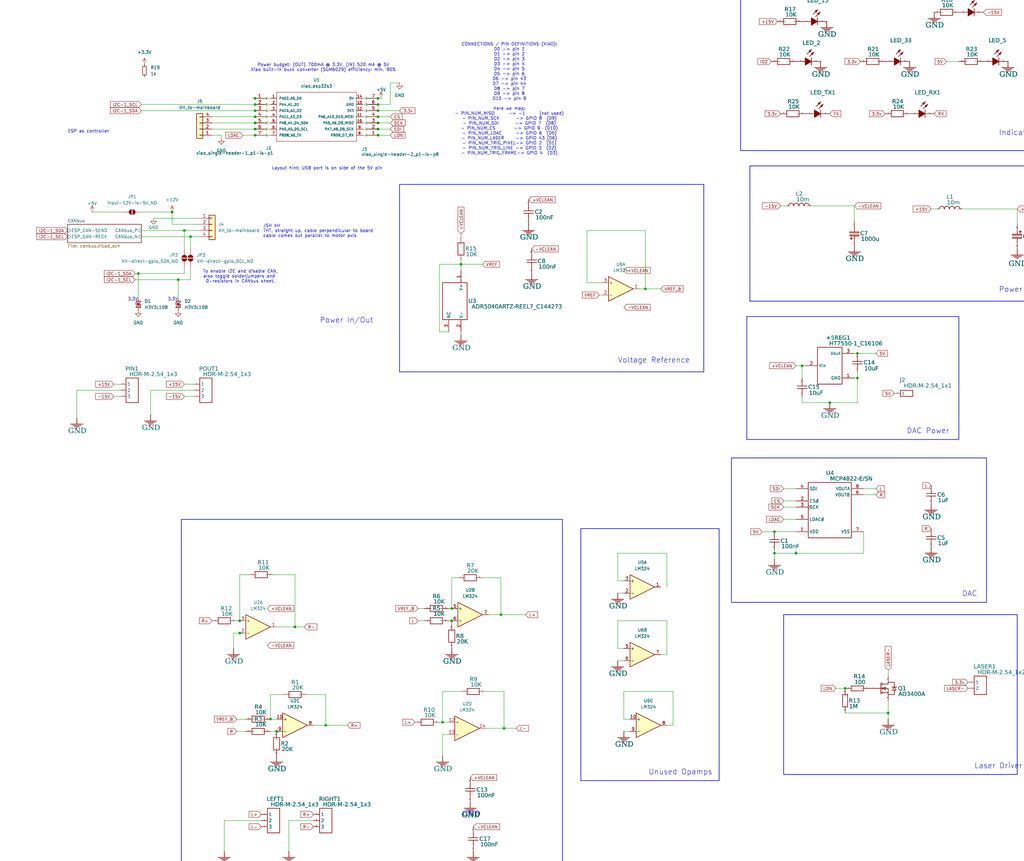
<source format=kicad_sch>
(kicad_sch (version 20231120) (generator "eeschema") (generator_version "8.0")
  (paper "User" 423.164 355.854)
  (junction (at 71.12 87.63))
  (junction (at 320.04 219.71))
  (junction (at 156.21 48.26))
  (junction (at 328.93 228.6))
  (junction (at 156.21 50.8))
  (junction (at 57.15 113.03))
  (junction (at 331.47 151.13))
  (junction (at 156.21 53.34))
  (junction (at 182.88 298.45))
  (junction (at 76.2 95.25))
  (junction (at 349.25 284.48))
  (junction (at 186.69 251.46))
  (junction (at 105.41 50.8))
  (junction (at 190.5 109.22))
  (junction (at 105.41 53.34))
  (junction (at 367.03 294.64))
  (junction (at 134.62 299.72))
  (junction (at 105.41 48.26))
  (junction (at 105.41 45.72))
  (junction (at 111.76 297.18))
  (junction (at 354.33 156.21))
  (junction (at 121.92 259.08))
  (junction (at 99.06 256.54))
  (junction (at 156.21 45.72))
  (junction (at 186.69 256.54))
  (junction (at 156.21 40.64))
  (junction (at 156.21 55.88))
  (junction (at 78.74 97.79))
  (junction (at 266.7 119.38))
  (junction (at 105.41 43.18))
  (junction (at 105.41 55.88))
  (junction (at 156.21 43.18))
  (junction (at 342.9 166.37))
  (junction (at 208.28 300.99))
  (junction (at 73.66 115.57))
  (junction (at 114.3 302.26))
  (junction (at 207.01 254))
  (junction (at 99.06 261.62))
  (junction (at 320.04 228.6))
  (junction (at 105.41 40.64))
  (junction (at 354.33 146.05))
  (wire (pts (xy 63.5 90.17) (xy 82.55 90.17)))
  (wire (pts (xy 356.87 201.93) (xy 361.95 201.93)))
  (wire (pts (xy 200.66 300.99) (xy 208.28 300.99)))
  (wire (pts (xy 255.27 245.11) (xy 257.81 245.11)))
  (wire (pts (xy 356.87 204.47) (xy 361.95 204.47)))
  (wire (pts (xy 367.03 297.18) (xy 367.03 294.64)))
  (wire (pts (xy 76.2 95.25) (xy 76.2 102.87)))
  (wire (pts (xy 156.21 55.88) (xy 161.29 55.88)))
  (wire (pts (xy 242.57 116.84) (xy 248.92 116.84)))
  (wire (pts (xy 354.33 166.37) (xy 354.33 156.21)))
  (wire (pts (xy 331.47 151.13) (xy 332.74 151.13)))
  (wire (pts (xy 242.57 95.25) (xy 242.57 116.84)))
  (wire (pts (xy 111.76 50.8) (xy 105.41 50.8)))
  (wire (pts (xy 172.72 251.46) (xy 175.26 251.46)))
  (wire (pts (xy 361.95 146.05) (xy 354.33 146.05)))
  (wire (pts (xy 111.76 287.02) (xy 111.76 297.18)))
  (wire (pts (xy 116.84 287.02) (xy 111.76 287.02)))
  (wire (pts (xy 49.53 158.75) (xy 46.99 158.75)))
  (wire (pts (xy 111.76 43.18) (xy 105.41 43.18)))
  (wire (pts (xy 105.41 40.64) (xy 104.14 40.64)))
  (wire (pts (xy 114.3 259.08) (xy 121.92 259.08)))
  (wire (pts (xy 91.44 55.88) (xy 91.44 57.15)))
  (wire (pts (xy 331.47 156.21) (xy 331.47 151.13)))
  (wire (pts (xy 156.21 43.18) (xy 149.86 43.18)))
  (wire (pts (xy 76.2 95.25) (xy 82.55 95.25)))
  (wire (pts (xy 119.38 339.09) (xy 129.54 339.09)))
  (wire (pts (xy 255.27 267.97) (xy 257.81 267.97)))
  (wire (pts (xy 331.47 163.83) (xy 331.47 166.37)))
  (wire (pts (xy 119.38 351.79) (xy 119.38 339.09)))
  (wire (pts (xy 156.21 50.8) (xy 161.29 50.8)))
  (wire (pts (xy 38.1 87.63) (xy 50.8 87.63)))
  (wire (pts (xy 275.59 270.51) (xy 275.59 256.54)))
  (wire (pts (xy 331.47 166.37) (xy 342.9 166.37)))
  (wire (pts (xy 278.13 299.72) (xy 278.13 285.75)))
  (wire (pts (xy 111.76 45.72) (xy 105.41 45.72)))
  (wire (pts (xy 87.63 53.34) (xy 105.41 53.34)))
  (wire (pts (xy 257.81 297.18) (xy 260.35 297.18)))
  (wire (pts (xy 190.5 109.22) (xy 190.5 111.76)))
  (wire (pts (xy 257.81 302.26) (xy 260.35 302.26)))
  (wire (pts (xy 111.76 297.18) (xy 114.3 297.18)))
  (wire (pts (xy 87.63 48.26) (xy 105.41 48.26)))
  (wire (pts (xy 111.76 55.88) (xy 105.41 55.88)))
  (wire (pts (xy 186.69 257.81) (xy 186.69 256.54)))
  (wire (pts (xy 156.21 43.18) (xy 161.29 43.18)))
  (wire (pts (xy 58.42 95.25) (xy 76.2 95.25)))
  (wire (pts (xy 182.88 298.45) (xy 181.61 298.45)))
  (wire (pts (xy 396.24 25.4) (xy 391.16 25.4)))
  (wire (pts (xy 420.37 86.36) (xy 420.37 92.71)))
  (wire (pts (xy 185.42 303.53) (xy 182.88 303.53)))
  (wire (pts (xy 320.04 231.14) (xy 320.04 228.6)))
  (wire (pts (xy 186.69 256.54) (xy 185.42 256.54)))
  (wire (pts (xy 275.59 256.54) (xy 255.27 256.54)))
  (wire (pts (xy 87.63 55.88) (xy 91.44 55.88)))
  (wire (pts (xy 111.76 40.64) (xy 105.41 40.64)))
  (wire (pts (xy 149.86 50.8) (xy 156.21 50.8)))
  (wire (pts (xy 266.7 119.38) (xy 266.7 95.25)))
  (wire (pts (xy 161.29 34.29) (xy 161.29 43.18)))
  (wire (pts (xy 345.44 284.48) (xy 349.25 284.48)))
  (wire (pts (xy 78.74 115.57) (xy 78.74 110.49)))
  (wire (pts (xy 217.17 254) (xy 207.01 254)))
  (wire (pts (xy 266.7 95.25) (xy 242.57 95.25)))
  (wire (pts (xy 73.66 115.57) (xy 73.66 123.19)))
  (wire (pts (xy 111.76 48.26) (xy 105.41 48.26)))
  (wire (pts (xy 397.51 86.36) (xy 420.37 86.36)))
  (wire (pts (xy 328.93 227.33) (xy 328.93 228.6)))
  (wire (pts (xy 278.13 285.75) (xy 257.81 285.75)))
  (wire (pts (xy 190.5 107.95) (xy 190.5 109.22)))
  (wire (pts (xy 328.93 209.55) (xy 323.85 209.55)))
  (wire (pts (xy 92.71 351.79) (xy 92.71 339.09)))
  (wire (pts (xy 92.71 339.09) (xy 107.95 339.09)))
  (wire (pts (xy 99.06 261.62) (xy 96.52 261.62)))
  (wire (pts (xy 156.21 48.26) (xy 161.29 48.26)))
  (wire (pts (xy 201.93 254) (xy 207.01 254)))
  (wire (pts (xy 156.21 40.64) (xy 157.48 40.64)))
  (wire (pts (xy 125.73 259.08) (xy 121.92 259.08)))
  (wire (pts (xy 149.86 48.26) (xy 156.21 48.26)))
  (wire (pts (xy 257.81 285.75) (xy 257.81 297.18)))
  (wire (pts (xy 99.06 237.49) (xy 99.06 256.54)))
  (wire (pts (xy 172.72 256.54) (xy 175.26 256.54)))
  (wire (pts (xy 255.27 228.6) (xy 255.27 240.03)))
  (wire (pts (xy 208.28 285.75) (xy 200.66 285.75)))
  (wire (pts (xy 182.88 303.53) (xy 182.88 312.42)))
  (wire (pts (xy 55.88 113.03) (xy 57.15 113.03)))
  (wire (pts (xy 328.93 151.13) (xy 331.47 151.13)))
  (wire (pts (xy 97.79 297.18) (xy 101.6 297.18)))
  (wire (pts (xy 58.42 87.63) (xy 71.12 87.63)))
  (wire (pts (xy 353.06 156.21) (xy 354.33 156.21)))
  (wire (pts (xy 255.27 256.54) (xy 255.27 267.97)))
  (wire (pts (xy 71.12 87.63) (xy 71.12 92.71)))
  (wire (pts (xy 255.27 240.03) (xy 257.81 240.03)))
  (wire (pts (xy 87.63 50.8) (xy 105.41 50.8)))
  (wire (pts (xy 356.87 219.71) (xy 356.87 228.6)))
  (wire (pts (xy 314.96 219.71) (xy 320.04 219.71)))
  (wire (pts (xy 49.53 163.83) (xy 46.99 163.83)))
  (wire (pts (xy 356.87 228.6) (xy 328.93 228.6)))
  (wire (pts (xy 190.5 285.75) (xy 182.88 285.75)))
  (wire (pts (xy 156.21 45.72) (xy 165.1 45.72)))
  (wire (pts (xy 384.81 86.36) (xy 387.35 86.36)))
  (wire (pts (xy 165.1 34.29) (xy 161.29 34.29)))
  (wire (pts (xy 190.5 137.16) (xy 190.5 138.43)))
  (wire (pts (xy 58.42 97.79) (xy 78.74 97.79)))
  (wire (pts (xy 73.66 115.57) (xy 78.74 115.57)))
  (wire (pts (xy 186.69 251.46) (xy 185.42 251.46)))
  (wire (pts (xy 320.04 228.6) (xy 320.04 227.33)))
  (wire (pts (xy 129.54 299.72) (xy 134.62 299.72)))
  (wire (pts (xy 102.87 237.49) (xy 99.06 237.49)))
  (wire (pts (xy 76.2 113.03) (xy 76.2 110.49)))
  (wire (pts (xy 149.86 40.64) (xy 156.21 40.64)))
  (wire (pts (xy 335.28 85.09) (xy 353.06 85.09)))
  (wire (pts (xy 181.61 109.22) (xy 190.5 109.22)))
  (wire (pts (xy 113.03 237.49) (xy 121.92 237.49)))
  (wire (pts (xy 275.59 299.72) (xy 278.13 299.72)))
  (wire (pts (xy 190.5 96.52) (xy 190.5 97.79)))
  (wire (pts (xy 275.59 228.6) (xy 255.27 228.6)))
  (wire (pts (xy 78.74 97.79) (xy 82.55 97.79)))
  (wire (pts (xy 57.15 113.03) (xy 57.15 123.19)))
  (wire (pts (xy 266.7 119.38) (xy 273.05 119.38)))
  (wire (pts (xy 181.61 137.16) (xy 181.61 109.22)))
  (wire (pts (xy 207.01 254) (xy 207.01 238.76)))
  (wire (pts (xy 62.23 161.29) (xy 62.23 171.45)))
  (wire (pts (xy 273.05 270.51) (xy 275.59 270.51)))
  (wire (pts (xy 320.04 219.71) (xy 328.93 219.71)))
  (wire (pts (xy 328.93 214.63) (xy 323.85 214.63)))
  (wire (pts (xy 367.03 276.86) (xy 367.03 279.4)))
  (wire (pts (xy -25.4 19.05) (xy -121.92 19.05)))
  (wire (pts (xy 275.59 242.57) (xy 275.59 228.6)))
  (wire (pts (xy 322.58 85.09) (xy 325.12 85.09)))
  (wire (pts (xy 111.76 302.26) (xy 114.3 302.26)))
  (wire (pts (xy 208.28 285.75) (xy 208.28 300.99)))
  (wire (pts (xy 156.21 53.34) (xy 161.29 53.34)))
  (wire (pts (xy 57.15 113.03) (xy 76.2 113.03)))
  (wire (pts (xy 78.74 97.79) (xy 78.74 102.87)))
  (wire (pts (xy 255.27 273.05) (xy 257.81 273.05)))
  (wire (pts (xy 101.6 302.26) (xy 97.79 302.26)))
  (wire (pts (xy 323.85 201.93) (xy 328.93 201.93)))
  (wire (pts (xy 99.06 256.54) (xy 100.33 256.54)))
  (wire (pts (xy 58.42 43.18) (xy 105.41 43.18)))
  (wire (pts (xy 80.01 158.75) (xy 76.2 158.75)))
  (wire (pts (xy -25.4 -50.8) (xy -25.4 19.05)))
  (wire (pts (xy 354.33 146.05) (xy 353.06 146.05)))
  (wire (pts (xy 58.42 45.72) (xy 105.41 45.72)))
  (wire (pts (xy 134.62 299.72) (xy 134.62 287.02)))
  (wire (pts (xy 349.25 294.64) (xy 367.03 294.64)))
  (wire (pts (xy 247.65 121.92) (xy 248.92 121.92)))
  (wire (pts (xy 213.36 300.99) (xy 208.28 300.99)))
  (wire (pts (xy 186.69 238.76) (xy 186.69 251.46)))
  (wire (pts (xy 96.52 261.62) (xy 96.52 267.97)))
  (wire (pts (xy 328.93 228.6) (xy 320.04 228.6)))
  (wire (pts (xy 367.03 294.64) (xy 367.03 289.56)))
  (wire (pts (xy 207.01 238.76) (xy 199.39 238.76)))
  (wire (pts (xy 199.39 109.22) (xy 190.5 109.22)))
  (wire (pts (xy 185.42 137.16) (xy 181.61 137.16)))
  (wire (pts (xy 185.42 298.45) (xy 182.88 298.45)))
  (wire (pts (xy 149.86 53.34) (xy 156.21 53.34)))
  (wire (pts (xy 80.01 163.83) (xy 76.2 163.83)))
  (wire (pts (xy 121.92 237.49) (xy 121.92 259.08)))
  (wire (pts (xy 134.62 287.02) (xy 127 287.02)))
  (wire (pts (xy 97.79 256.54) (xy 99.06 256.54)))
  (wire (pts (xy 111.76 53.34) (xy 105.41 53.34)))
  (wire (pts (xy 264.16 119.38) (xy 266.7 119.38)))
  (wire (pts (xy 328.93 207.01) (xy 323.85 207.01)))
  (wire (pts (xy 55.88 115.57) (xy 73.66 115.57)))
  (wire (pts (xy 31.75 161.29) (xy 31.75 172.72)))
  (wire (pts (xy 354.33 156.21) (xy 354.33 153.67)))
  (wire (pts (xy 149.86 45.72) (xy 156.21 45.72)))
  (wire (pts (xy 182.88 285.75) (xy 182.88 298.45)))
  (wire (pts (xy 189.23 238.76) (xy 186.69 238.76)))
  (wire (pts (xy 49.53 161.29) (xy 31.75 161.29)))
  (wire (pts (xy 80.01 161.29) (xy 62.23 161.29)))
  (wire (pts (xy 149.86 55.88) (xy 156.21 55.88)))
  (wire (pts (xy 100.33 261.62) (xy 99.06 261.62)))
  (wire (pts (xy 353.06 85.09) (xy 353.06 91.44)))
  (wire (pts (xy 100.33 55.88) (xy 105.41 55.88)))
  (wire (pts (xy 342.9 166.37) (xy 354.33 166.37)))
  (wire (pts (xy 71.12 92.71) (xy 82.55 92.71)))
  (wire (pts (xy 143.51 299.72) (xy 134.62 299.72)))
  (rectangle (start 308.61 130.81) (end 396.24 181.61) (stroke (width 0.254)))
  (rectangle (start 240.03 218.44) (end 297.18 322.58) (stroke (width 0.254)))
  (rectangle (start 74.93 214.63) (end 232.41 369.57) (stroke (width 0.254)))
  (rectangle (start 302.26 189.23) (end 407.67 248.92) (stroke (width 0.254)))
  (rectangle (start 309.88 68.58) (end 448.31 124.46) (stroke (width 0.254)))
  (rectangle (start 306.07 -7.62) (end 445.77 62.23) (stroke (width 0.254)))
  (rectangle (start 165.1 76.2) (end 290.83 153.67) (stroke (width 0.254)))
  (rectangle (start 323.85 254) (end 420.37 320.04) (stroke (width 0.254)))
  (text "   CONNECTIONS / PIN DEFINITIONS (XIAO):\n   D0 -> pin 1\n   D1 -> pin 2\n   D2 -> pin 3\n   D3 -> pin 4\n   D4 -> pin 5\n   D5 -> pin 6\n   D6 -> pin 43\n   D7 -> pin 44\n   D8 -> pin 7\n   D9 -> pin 8\n   D10 -> pin 9\n\n   Here we map:\n   - PIN_NUM_MISO      -> -1      (not used)\n   - PIN_NUM_SCK       -> GPIO 8  (D9)\n   - PIN_NUM_SDI       -> GPIO 7  (D8)\n   - PIN_NUM_CS        -> GPIO 9  (D10)\n   - PIN_NUM_LDAC      -> GPIO 6  (D5)\n   - PIN_NUM_LASER     -> GPIO 43 (D6)\n   - PIN_NUM_TRIG_PIXEL-> GPIO 2  (D1)\n   - PIN_NUM_TRIG_LINE -> GPIO 3  (D2)\n   - PIN_NUM_TRIG_FRAME-> GPIO 4  (D3)" (at 209.042 40.894 0) (effects (font (size 1.27 1.27))))
  (text "Power budget: (OUT) 700mA @ 3.3V, (IN) 520 mA @ 5V\nXiao built-in buck converter (SGM6029) efficiency: min. 90%" (at 133.604 27.94 0) (effects (font (size 1.27 1.27))))
  (text "Laser Driver" (at 402.59 315.3283 0) (effects (font (size 2.1717 2.1717)) (justify left top)))
  (text "ESP as controller" (at 36.576 54.356 0) (effects (font (size 1.27 1.27))))
  (text "DAC" (at 397.51 244.2083 0) (effects (font (size 2.1717 2.1717)) (justify left top)))
  (text "Unused Opamps" (at 267.97 317.8683 0) (effects (font (size 2.1717 2.1717)) (justify left top)))
  (text "3.3V" (at 54.864 123.698 0) (effects (font (size 1.27 1.27))))
  (text "3.3V" (at 71.374 123.698 0) (effects (font (size 1.27 1.27))))
  (text "Indicator LEDs" (at 412.75 53.7083 0) (effects (font (size 2.1717 2.1717)) (justify left top)))
  (text "Output Drivers" (at 203.2 361.0483 0) (effects (font (size 2.1717 2.1717)) (justify left top)))
  (text "JSH XH \nTHT, straight up, cable perpendicular to board\ncable comes out parallel to motor axis" (at 108.712 95.504 0) (effects (font (size 1.27 1.27)) (justify left)))
  (text "Voltage Reference" (at 255.27 147.6883 0) (effects (font (size 2.1717 2.1717)) (justify left top)))
  (text "Power Conditioning" (at 412.75 118.4783 0) (effects (font (size 2.1717 2.1717)) (justify left top)))
  (text "DAC Power" (at 374.65 176.8983 0) (effects (font (size 2.1717 2.1717)) (justify left top)))
  (text "Layout hint: USB port is on side of the 5V pin" (at 112.268 69.596 0) (effects (font (size 1.27 1.27)) (justify left)))
  (text "To enable I2C and disable CAN,\nalso toggle solderjumpers and \n0-resistors in CANbus sheet." (at 99.314 114.3 0) (effects (font (size 1.27 1.27))))
  (text "GND" (at 191.008 335.9023 0) (effects (font (size 2.1717 2.1717)) (justify left top)))
  (text "Power In/Out" (at 132.08 131.1783 0) (effects (font (size 2.1717 2.1717)) (justify left top)))
  (global_label "I2C-1_SDA" (shape input) (at 27.94 95.25 180) (property "Intersheetrefs" "${INTERSHEET_REFS}" (effects (hide yes))))
  (global_label "R-" (shape input) (at 129.54 341.63 180) (property "Intersheetrefs" "${INTERSHEET_REFS}" (effects (hide yes))))
  (global_label "SCK" (shape input) (at 161.29 50.8 0) (property "Intersheetrefs" "${INTERSHEET_REFS}" (effects (hide yes))))
  (global_label "VREF" (shape input) (at 199.39 109.22 0) (property "Intersheetrefs" "${INTERSHEET_REFS}" (effects (hide yes))))
  (global_label "I2C-1_SCL" (shape input) (at 27.94 97.79 180) (property "Intersheetrefs" "${INTERSHEET_REFS}" (effects (hide yes))))
  (global_label "+VCLEAN" (shape input) (at 420.37 86.36 0) (property "Intersheetrefs" "${INTERSHEET_REFS}" (effects (hide yes))))
  (global_label "5V" (shape input) (at 314.96 219.71 180) (property "Intersheetrefs" "${INTERSHEET_REFS}" (effects (hide yes))))
  (global_label "5V" (shape input) (at 361.95 146.05 0) (property "Intersheetrefs" "${INTERSHEET_REFS}" (effects (hide yes))))
  (global_label "R+" (shape input) (at 129.54 336.55 180) (property "Intersheetrefs" "${INTERSHEET_REFS}" (effects (hide yes))))
  (global_label "-15V" (shape input) (at 406.4 5.08 0) (property "Intersheetrefs" "${INTERSHEET_REFS}" (effects (hide yes))))
  (global_label "-VCLEAN" (shape input) (at 219.71 102.87 0) (property "Intersheetrefs" "${INTERSHEET_REFS}" (effects (hide yes))))
  (global_label "+VCLEAN" (shape input) (at 194.31 321.31 0) (property "Intersheetrefs" "${INTERSHEET_REFS}" (effects (hide yes))))
  (global_label "R-" (shape input) (at 125.73 259.08 0) (property "Intersheetrefs" "${INTERSHEET_REFS}" (effects (hide yes))))
  (global_label "I2C-1_SCL" (shape input) (at 58.42 43.18 180) (property "Intersheetrefs" "${INTERSHEET_REFS}" (effects (hide yes))))
  (global_label "+VCLEAN" (shape input) (at 190.5 96.52 90) (property "Intersheetrefs" "${INTERSHEET_REFS}" (effects (hide yes))))
  (global_label "+VCLEAN" (shape input) (at 257.81 111.76 0) (property "Intersheetrefs" "${INTERSHEET_REFS}" (effects (hide yes))))
  (global_label "3.3v" (shape input) (at 165.1 45.72 0) (property "Intersheetrefs" "${INTERSHEET_REFS}" (effects (hide yes))))
  (global_label "L" (shape input) (at 172.72 256.54 180) (property "Intersheetrefs" "${INTERSHEET_REFS}" (effects (hide yes))))
  (global_label "L" (shape input) (at 361.95 201.93 0) (property "Intersheetrefs" "${INTERSHEET_REFS}" (effects (hide yes))))
  (global_label "L-" (shape input) (at 107.95 341.63 180) (property "Intersheetrefs" "${INTERSHEET_REFS}" (effects (hide yes))))
  (global_label "L+" (shape input) (at 171.45 298.45 180) (property "Intersheetrefs" "${INTERSHEET_REFS}" (effects (hide yes))))
  (global_label "VREF" (shape input) (at 247.65 121.92 180) (property "Intersheetrefs" "${INTERSHEET_REFS}" (effects (hide yes))))
  (global_label "VREF_B" (shape input) (at 273.05 119.38 0) (property "Intersheetrefs" "${INTERSHEET_REFS}" (effects (hide yes))))
  (global_label "R" (shape input) (at 361.95 204.47 0) (property "Intersheetrefs" "${INTERSHEET_REFS}" (effects (hide yes))))
  (global_label "5V" (shape input) (at 391.16 25.4 180) (property "Intersheetrefs" "${INTERSHEET_REFS}" (effects (hide yes))))
  (global_label "-15V" (shape input) (at 76.2 163.83 180) (property "Intersheetrefs" "${INTERSHEET_REFS}" (effects (hide yes))))
  (global_label "CS" (shape input) (at 323.85 207.01 180) (property "Intersheetrefs" "${INTERSHEET_REFS}" (effects (hide yes))))
  (global_label "5V" (shape input) (at 369.57 162.56 180) (property "Intersheetrefs" "${INTERSHEET_REFS}" (effects (hide yes))))
  (global_label "I2C-1_SDA" (shape input) (at 55.88 113.03 180) (property "Intersheetrefs" "${INTERSHEET_REFS}" (effects (hide yes))))
  (global_label "VREF_B" (shape input) (at 97.79 297.18 180) (property "Intersheetrefs" "${INTERSHEET_REFS}" (effects (hide yes))))
  (global_label "L+" (shape input) (at 107.95 336.55 180) (property "Intersheetrefs" "${INTERSHEET_REFS}" (effects (hide yes))))
  (global_label "LDAC" (shape input) (at 100.33 55.88 180) (property "Intersheetrefs" "${INTERSHEET_REFS}" (effects (hide yes))))
  (global_label "R" (shape input) (at 97.79 302.26 180) (property "Intersheetrefs" "${INTERSHEET_REFS}" (effects (hide yes))))
  (global_label "-VCLEAN" (shape input) (at 353.06 85.09 0) (property "Intersheetrefs" "${INTERSHEET_REFS}" (effects (hide yes))))
  (global_label "-VCLEAN" (shape input) (at 110.49 266.7 0) (property "Intersheetrefs" "${INTERSHEET_REFS}" (effects (hide yes))))
  (global_label "L+" (shape input) (at 217.17 254 0) (property "Intersheetrefs" "${INTERSHEET_REFS}" (effects (hide yes))))
  (global_label "L" (shape input) (at 384.81 200.66 180) (property "Intersheetrefs" "${INTERSHEET_REFS}" (effects (hide yes))))
  (global_label "SDI" (shape input) (at 161.29 53.34 0) (property "Intersheetrefs" "${INTERSHEET_REFS}" (effects (hide yes))))
  (global_label "+VCLEAN" (shape input) (at 110.49 251.46 0) (property "Intersheetrefs" "${INTERSHEET_REFS}" (effects (hide yes))))
  (global_label "+15V" (shape input) (at 384.81 86.36 180) (property "Intersheetrefs" "${INTERSHEET_REFS}" (effects (hide yes))))
  (global_label "+VCLEAN" (shape input) (at 218.44 82.55 0) (property "Intersheetrefs" "${INTERSHEET_REFS}" (effects (hide yes))))
  (global_label "LASER-" (shape input) (at 400.05 284.48 180) (property "Intersheetrefs" "${INTERSHEET_REFS}" (effects (hide yes))))
  (global_label "+15V" (shape input) (at 76.2 158.75 180) (property "Intersheetrefs" "${INTERSHEET_REFS}" (effects (hide yes))))
  (global_label "R+" (shape input) (at 87.63 256.54 180) (property "Intersheetrefs" "${INTERSHEET_REFS}" (effects (hide yes))))
  (global_label "RX" (shape input) (at 386.08 46.99 0) (property "Intersheetrefs" "${INTERSHEET_REFS}" (effects (hide yes))))
  (global_label "R+" (shape input) (at 143.51 299.72 0) (property "Intersheetrefs" "${INTERSHEET_REFS}" (effects (hide yes))))
  (global_label "L-" (shape input) (at 213.36 300.99 0) (property "Intersheetrefs" "${INTERSHEET_REFS}" (effects (hide yes))))
  (global_label "I2C-1_SCL" (shape input) (at 55.88 115.57 180) (property "Intersheetrefs" "${INTERSHEET_REFS}" (effects (hide yes))))
  (global_label "SCK" (shape input) (at 323.85 209.55 180) (property "Intersheetrefs" "${INTERSHEET_REFS}" (effects (hide yes))))
  (global_label "CS" (shape input) (at 161.29 48.26 0) (property "Intersheetrefs" "${INTERSHEET_REFS}" (effects (hide yes))))
  (global_label "-15V" (shape input) (at 322.58 85.09 180) (property "Intersheetrefs" "${INTERSHEET_REFS}" (effects (hide yes))))
  (global_label "3.3v" (shape input) (at 322.58 46.99 180) (property "Intersheetrefs" "${INTERSHEET_REFS}" (effects (hide yes))))
  (global_label "LASER-" (shape input) (at 367.03 276.86 90) (property "Intersheetrefs" "${INTERSHEET_REFS}" (effects (hide yes))))
  (global_label "LON" (shape input) (at 161.29 55.88 0) (property "Intersheetrefs" "${INTERSHEET_REFS}" (effects (hide yes))))
  (global_label "+VCLEAN" (shape input) (at 328.93 151.13 180) (property "Intersheetrefs" "${INTERSHEET_REFS}" (effects (hide yes))))
  (global_label "-VCLEAN" (shape input) (at 195.58 341.63 0) (property "Intersheetrefs" "${INTERSHEET_REFS}" (effects (hide yes))))
  (global_label "IO2" (shape input) (at 318.77 25.4 180) (property "Intersheetrefs" "${INTERSHEET_REFS}" (effects (hide yes))))
  (global_label "LDAC" (shape input) (at 323.85 214.63 180) (property "Intersheetrefs" "${INTERSHEET_REFS}" (effects (hide yes))))
  (global_label "3.3v" (shape input) (at 400.05 281.94 180) (property "Intersheetrefs" "${INTERSHEET_REFS}" (effects (hide yes))))
  (global_label "LON" (shape input) (at 345.44 284.48 180) (property "Intersheetrefs" "${INTERSHEET_REFS}" (effects (hide yes))))
  (global_label "-15V" (shape input) (at 46.99 163.83 180) (property "Intersheetrefs" "${INTERSHEET_REFS}" (effects (hide yes))))
  (global_label "-VCLEAN" (shape input) (at 257.81 127 0) (property "Intersheetrefs" "${INTERSHEET_REFS}" (effects (hide yes))))
  (global_label "SDI" (shape input) (at 323.85 201.93 180) (property "Intersheetrefs" "${INTERSHEET_REFS}" (effects (hide yes))))
  (global_label "I2C-1_SDA" (shape input) (at 58.42 45.72 180) (property "Intersheetrefs" "${INTERSHEET_REFS}" (effects (hide yes))))
  (global_label "R" (shape input) (at 384.81 218.44 180) (property "Intersheetrefs" "${INTERSHEET_REFS}" (effects (hide yes))))
  (global_label "TX" (shape input) (at 342.9 46.99 0) (property "Intersheetrefs" "${INTERSHEET_REFS}" (effects (hide yes))))
  (global_label "VREF_B" (shape input) (at 172.72 251.46 180) (property "Intersheetrefs" "${INTERSHEET_REFS}" (effects (hide yes))))
  (global_label "3.3v" (shape input) (at 365.76 46.99 180) (property "Intersheetrefs" "${INTERSHEET_REFS}" (effects (hide yes))))
  (global_label "+15V" (shape input) (at 321.31 8.89 180) (property "Intersheetrefs" "${INTERSHEET_REFS}" (effects (hide yes))))
  (global_label "3.3v" (shape input) (at 355.6 25.4 180) (property "Intersheetrefs" "${INTERSHEET_REFS}" (effects (hide yes))))
  (global_label "+15V" (shape input) (at 46.99 158.75 180) (property "Intersheetrefs" "${INTERSHEET_REFS}" (effects (hide yes))))
  (symbol (lib_id "CC0603KRX7R9BB104_2") (at 194.31 326.39 0) (unit 0)
    (property "Reference" "C13" (at 196.85 325.5137 0) (effects (font (size 1.6891 1.6891)) (justify left top)))
    (property "Value" "100nF" (at 196.85 327.7997 0) (effects (font (size 1.6891 1.6891)) (justify left top)))
    (property "Manufacturer Part" "CC0603KRX7R9BB104" (effects (hide yes)))
    (property "Manufacturer" "YAGEO" (effects (hide yes)))
    (property "Supplier Part" "C14663" (effects (hide yes)))
    (property "Supplier" "LCSC" (effects (hide yes)))
  )
  (symbol (lib_id "HDR-M-2.54_1x3_1") (at 83.82 161.29 0) (unit 1)
    (property "Reference" "POUT1" (at 82.3214 151.5745 0) (effects (font (size 1.6891 1.6891)) (justify left top)))
    (property "Value" "HDR-M-2.54_1x3" (at 82.3214 153.7589 0) (effects (font (size 1.6891 1.6891)) (justify left top)))
    (property "Footprint" "Connector_PinHeader_2.54mm:PinHeader_1x03_P2.54mm_Vertical" (effects (hide yes)))
    (property "Supplier Part" "C180248" (effects (hide yes)))
    (property "Supplier" "LCSC" (effects (hide yes)))
  )
  (symbol (lib_id "GND") (at 186.69 267.97 0) (unit 0)
    (property "Reference" "#PWR0121" (effects (hide yes)))
    (property "Value" "GND" (at 183.388 274.574 0) (effects (font (size 2.1717 2.1717)) (justify left bottom)))
    (property "Description" "Power symbol creates a global label with name 'GND'" (effects (hide yes)))
  )
  (symbol (lib_id "GND") (at 367.03 297.18 0) (unit 0)
    (property "Reference" "#PWR0112" (effects (hide yes)))
    (property "Value" "GND" (at 363.728 303.784 0) (effects (font (size 2.1717 2.1717)) (justify left bottom)))
    (property "Description" "Power symbol creates a global label with name 'GND'" (effects (hide yes)))
  )
  (symbol (lib_id "R_0603_EU_14") (at 370.84 46.99 0) (unit 0)
    (property "Reference" "R24" (at 368.681 41.0845 0) (effects (font (size 1.6891 1.6891)) (justify left top)))
    (property "Value" "10K" (at 368.681 43.2689 0) (effects (font (size 1.6891 1.6891)) (justify left top)))
  )
  (symbol (lib_id "power:GND") (at 91.44 57.15 0) (unit 1)
    (property "Reference" "#PWR02" (effects (hide yes)))
    (property "Value" "GND" (at 91.44 62.23 0))
    (property "Description" "Power symbol creates a global label with name \"GND\" , ground" (effects (hide yes)))
  )
  (symbol (lib_id "Amplifier_Operational:LM324") (at 267.97 299.72 0) (unit 3)
    (property "Reference" "U6" (at 267.97 289.56 0))
    (property "Value" "LM324" (at 267.97 292.1 0))
    (property "Footprint" "Package_SO:SOIC-14_3.9x8.7mm_P1.27mm" (effects (hide yes)))
    (property "Datasheet" "http://www.ti.com/lit/ds/symlink/lm2902-n.pdf" (effects (hide yes)))
    (property "Description" "Low-Power, Quad-Operational Amplifiers, DIP-14/SOIC-14/SSOP-14" (effects (hide yes)))
  )
  (symbol (lib_id "GND") (at 384.81 208.28 0) (unit 0)
    (property "Reference" "#PWR0110" (effects (hide yes)))
    (property "Value" "GND" (at 381.508 214.884 0) (effects (font (size 2.1717 2.1717)) (justify left bottom)))
    (property "Description" "Power symbol creates a global label with name 'GND'" (effects (hide yes)))
  )
  (symbol (lib_id "Jumper:SolderJumper_2_Open") (at 54.61 87.63 180) (unit 1) (exclude_from_sim yes) (in_bom no)
    (property "Reference" "JP1" (at 54.61 81.28 0))
    (property "Value" "input-12V-is-5V_NO" (at 54.61 83.82 0))
    (property "Footprint" "Jumper:SolderJumper-2_P1.3mm_Open_RoundedPad1.0x1.5mm" (effects (hide yes)))
    (property "Description" "Solder Jumper, 2-pole, open" (effects (hide yes)))
  )
  (symbol (lib_id "GND") (at 92.71 351.79 0) (unit 0)
    (property "Reference" "#PWR0130" (effects (hide yes)))
    (property "Value" "GND" (at 89.408 358.394 0) (effects (font (size 2.1717 2.1717)) (justify left bottom)))
    (property "Description" "Power symbol creates a global label with name 'GND'" (effects (hide yes)))
  )
  (symbol (lib_id "CL21A106KAYNNNE") (at 354.33 149.86 0) (unit 1)
    (property "Reference" "C14" (at 356.87 148.9583 0) (effects (font (size 1.6891 1.6891)) (justify left top)))
    (property "Value" "10uF" (at 356.87 151.3713 0) (effects (font (size 1.6891 1.6891)) (justify left top)))
    (property "Footprint" "Resistor_SMD:R_0603_1608Metric" (effects (hide yes)))
    (property "Manufacturer Part" "CL21A106KAYNNNE" (effects (hide yes)))
    (property "Manufacturer" "SAMSUNG" (effects (hide yes)))
    (property "Supplier Part" "C15850" (effects (hide yes)))
    (property "Supplier" "LCSC" (effects (hide yes)))
  )
  (symbol (lib_id "R_0603_EU_3") (at 106.68 297.18 0) (unit 0)
    (property "Reference" "R4" (at 105.1814 291.2745 0) (effects (font (size 1.6891 1.6891)) (justify left top)))
    (property "Value" "10K" (at 105.1814 293.4589 0) (effects (font (size 1.6891 1.6891)) (justify left top)))
  )
  (symbol (lib_id "GND") (at 182.88 312.42 0) (unit 0)
    (property "Reference" "#PWR0120" (effects (hide yes)))
    (property "Value" "GND" (at 179.578 319.024 0) (effects (font (size 2.1717 2.1717)) (justify left bottom)))
    (property "Description" "Power symbol creates a global label with name 'GND'" (effects (hide yes)))
  )
  (symbol (lib_id "power:+5V") (at 38.1 87.63 0) (unit 1)
    (property "Reference" "#PWR03" (effects (hide yes)))
    (property "Value" "+5V" (at 38.1 84.0542 0))
    (property "Description" "Power symbol creates a global label with name \"+5V\"" (effects (hide yes)))
  )
  (symbol (lib_id "power:GND") (at 57.15 128.27 0) (unit 1)
    (property "Reference" "#PWR04" (effects (hide yes)))
    (property "Value" "GND" (at 57.15 133.35 0))
    (property "Description" "Power symbol creates a global label with name \"GND\" , ground" (effects (hide yes)))
  )
  (symbol (lib_id "Amplifier_Operational:LM324") (at 194.31 254 0) (unit 2)
    (property "Reference" "U2" (at 194.31 243.84 0))
    (property "Value" "LM324" (at 194.31 246.38 0))
    (property "Footprint" "Package_SO:SOIC-14_3.9x8.7mm_P1.27mm" (effects (hide yes)))
    (property "Datasheet" "http://www.ti.com/lit/ds/symlink/lm2902-n.pdf" (effects (hide yes)))
    (property "Description" "Low-Power, Quad-Operational Amplifiers, DIP-14/SOIC-14/SSOP-14" (effects (hide yes)))
  )
  (symbol (lib_id "GND") (at 342.9 166.37 0) (unit 0)
    (property "Reference" "#PWR0108" (effects (hide yes)))
    (property "Value" "GND" (at 339.598 172.974 0) (effects (font (size 2.1717 2.1717)) (justify left bottom)))
    (property "Description" "Power symbol creates a global label with name 'GND'" (effects (hide yes)))
  )
  (symbol (lib_id "CC0603KRX7R9BB104_1") (at 219.71 107.95 0) (unit 1)
    (property "Reference" "C8" (at 222.25 107.0737 0) (effects (font (size 1.6891 1.6891)) (justify left top)))
    (property "Value" "100nF" (at 222.25 109.3597 0) (effects (font (size 1.6891 1.6891)) (justify left top)))
    (property "Footprint" "Resistor_SMD:R_0603_1608Metric" (effects (hide yes)))
    (property "Manufacturer Part" "CC0603KRX7R9BB104" (effects (hide yes)))
    (property "Manufacturer" "YAGEO" (effects (hide yes)))
    (property "Supplier Part" "C14663" (effects (hide yes)))
    (property "Supplier" "LCSC" (effects (hide yes)))
  )
  (symbol (lib_id "L_AXIAL-0.6_US_1") (at 392.43 86.36 0) (unit 0)
    (property "Reference" "L1" (at 391.1346 80.5307 0) (effects (font (size 1.6891 1.6891)) (justify left top)))
    (property "Value" "10m" (at 391.1092 82.8167 0) (effects (font (size 1.6891 1.6891)) (justify left top)))
  )
  (symbol (lib_id "Device:D_TVS_Small") (at 57.15 125.73 90) (unit 1)
    (property "Reference" "D1" (at 59.69 124.4599 90) (effects (justify right)))
    (property "Value" "H3V3L10B" (at 59.69 126.9999 90) (effects (justify right)))
    (property "Footprint" "Diode_SMD:D_SOD-882D" (effects (hide yes)))
    (property "Description" "Bidirectional transient-voltage-suppression diode, small symbol" (effects (hide yes)))
    (property "LCSC" "C20615781" (effects (hide yes)))
  )
  (symbol (lib_id "19-213/Y2C-CQ2R2L/3T(CY)_1") (at 337.82 45.72 0) (unit 0)
    (property "Reference" "LED_TX1" (at 334.8736 37.4269 0) (effects (font (size 1.6891 1.6891)) (justify left top)))
    (property "Value" "19-213/Y2C-CQ2R2L/3T(CY)" (effects (hide yes)))
    (property "Manufacturer Part" "19-213/Y2C-CQ2R2L/3T(CY)" (effects (hide yes)))
    (property "Manufacturer" "EVERLIGHT" (effects (hide yes)))
    (property "Supplier Part" "C72038" (effects (hide yes)))
    (property "Supplier" "LCSC" (effects (hide yes)))
  )
  (symbol (lib_id "Connector_Generic:Conn_01x04") (at 82.55 53.34 180) (unit 1)
    (property "Reference" "J5" (at 82.55 41.91 0))
    (property "Value" "XH_to-mainboard" (at 82.55 44.45 0))
    (property "Footprint" "Connector_JST:JST_XH_B4B-XH-A_1x04_P2.50mm_Vertical" (effects (hide yes)))
    (property "Description" "Generic connector, single row, 01x04, script generated (kicad-library-utils/schlib/autogen/connector/)" (effects (hide yes)))
    (property "LCSC" "C7429634" (effects (hide yes)))
  )
  (symbol (lib_id "R_0603_EU_17") (at 391.16 5.08 0) (unit 0)
    (property "Reference" "R18" (at 389.001 -0.8255 0) (effects (font (size 1.6891 1.6891)) (justify left top)))
    (property "Value" "10K" (at 389.001 1.3589 0) (effects (font (size 1.6891 1.6891)) (justify left top)))
  )
  (symbol (lib_id "HDR-M-2.54_1x3_3") (at 111.76 339.09 0) (unit 0)
    (property "Reference" "LEFT1" (at 110.2614 329.3745 0) (effects (font (size 1.6891 1.6891)) (justify left top)))
    (property "Value" "HDR-M-2.54_1x3" (at 110.2614 331.5589 0) (effects (font (size 1.6891 1.6891)) (justify left top)))
    (property "Supplier Part" "C180248" (effects (hide yes)))
    (property "Supplier" "LCSC" (effects (hide yes)))
  )
  (symbol (lib_id "R_0603_EU_5") (at 180.34 251.46 0) (unit 0)
    (property "Reference" "R6" (at 178.8414 245.5545 0) (effects (font (size 1.6891 1.6891)) (justify left top)))
    (property "Value" "10K" (at 178.8414 247.7389 0) (effects (font (size 1.6891 1.6891)) (justify left top)))
  )
  (symbol (lib_id "R_0603_EU_13") (at 401.32 25.4 0) (unit 0)
    (property "Reference" "R23" (at 399.161 19.4945 0) (effects (font (size 1.6891 1.6891)) (justify left top)))
    (property "Value" "10K" (at 399.161 21.6789 0) (effects (font (size 1.6891 1.6891)) (justify left top)))
  )
  (symbol (lib_id "R_0603_EU_15") (at 327.66 46.99 0) (unit 0)
    (property "Reference" "R25" (at 325.501 41.0845 0) (effects (font (size 1.6891 1.6891)) (justify left top)))
    (property "Value" "10K" (at 325.501 43.2689 0) (effects (font (size 1.6891 1.6891)) (justify left top)))
  )
  (symbol (lib_id "GND") (at 339.09 25.4 0) (unit 0)
    (property "Reference" "#PWR0117" (effects (hide yes)))
    (property "Value" "GND" (at 335.788 32.004 0) (effects (font (size 2.1717 2.1717)) (justify left bottom)))
    (property "Description" "Power symbol creates a global label with name 'GND'" (effects (hide yes)))
  )
  (symbol (lib_id "R_0603_EU") (at 121.92 287.02 0) (unit 0)
    (property "Reference" "R1" (at 120.4214 281.1145 0) (effects (font (size 1.6891 1.6891)) (justify left top)))
    (property "Value" "20K" (at 120.4214 283.2989 0) (effects (font (size 1.6891 1.6891)) (justify left top)))
  )
  (symbol (lib_id "19-213/Y2C-CQ2R2L/3T(CY)_5") (at 336.55 7.62 0) (unit 0)
    (property "Reference" "LED_15" (at 333.6036 -0.6731 0) (effects (font (size 1.6891 1.6891)) (justify left top)))
    (property "Value" "19-213/Y2C-CQ2R2L/3T(CY)" (effects (hide yes)))
    (property "Manufacturer Part" "19-213/Y2C-CQ2R2L/3T(CY)" (effects (hide yes)))
    (property "Manufacturer" "EVERLIGHT" (effects (hide yes)))
    (property "Supplier Part" "C72038" (effects (hide yes)))
    (property "Supplier" "LCSC" (effects (hide yes)))
  )
  (symbol (lib_id "Jumper:SolderJumper_2_Open") (at 78.74 106.68 90) (unit 1) (exclude_from_sim yes) (in_bom no)
    (property "Reference" "JP3" (at 81.28 105.4099 90) (effects (justify right)))
    (property "Value" "XH-direct-gpio_SCL_NO" (at 81.28 107.9499 90) (effects (justify right)))
    (property "Footprint" "Jumper:SolderJumper-2_P1.3mm_Open_RoundedPad1.0x1.5mm" (effects (hide yes)))
    (property "Description" "Solder Jumper, 2-pole, open" (effects (hide yes)))
  )
  (symbol (lib_id "Connector:Conn_01x07_Socket") (at 110.49 48.26 0) (unit 1)
    (property "Reference" "J1" (at 112.268 61.214 0) (effects (justify right)))
    (property "Value" "xiao_single-header-1_p1-is-p1" (at 113.03 63.246 0) (effects (justify right)))
    (property "Footprint" "Connector_PinSocket_2.54mm:PinSocket_1x07_P2.54mm_Vertical" (effects (hide yes)))
    (property "Description" "Generic connector, single row, 01x07, script generated" (effects (hide yes)))
    (property "LCSC" "C2832270" (effects (hide yes)))
  )
  (symbol (lib_id "GND") (at 62.23 171.45 0) (unit 0)
    (property "Reference" "#PWR0122" (effects (hide yes)))
    (property "Value" "GND" (at 58.928 178.054 0) (effects (font (size 2.1717 2.1717)) (justify left bottom)))
    (property "Description" "Power symbol creates a global label with name 'GND'" (effects (hide yes)))
  )
  (symbol (lib_id "HT7550-1_C16106") (at 342.9 151.13 0) (unit 0)
    (property "Reference" "+5REG1" (at 341.4014 138.7729 0) (effects (font (size 1.6891 1.6891)) (justify left top)))
    (property "Value" "HT7550-1_C16106" (at 341.4014 141.0589 0) (effects (font (size 1.6891 1.6891)) (justify left top)))
    (property "Manufacturer Part" "HT7550-1" (effects (hide yes)))
    (property "Manufacturer" "HOLTEK" (effects (hide yes)))
    (property "Supplier Part" "C16106" (effects (hide yes)))
    (property "Supplier" "LCSC" (effects (hide yes)))
  )
  (symbol (lib_id "R_0603_EU_9") (at 176.53 298.45 0) (unit 0)
    (property "Reference" "R10" (at 175.0314 292.5445 0) (effects (font (size 1.6891 1.6891)) (justify left top)))
    (property "Value" "10K" (at 175.0314 294.7289 0) (effects (font (size 1.6891 1.6891)) (justify left top)))
  )
  (symbol (lib_id "R_0603_EU_8") (at 195.58 285.75 0) (unit 0)
    (property "Reference" "R9" (at 194.0814 279.8445 0) (effects (font (size 1.6891 1.6891)) (justify left top)))
    (property "Value" "10K" (at 194.0814 282.0289 0) (effects (font (size 1.6891 1.6891)) (justify left top)))
  )
  (symbol (lib_id "CE_TH_D12.5×F5.0_EU") (at 353.06 96.52 0) (unit 0)
    (property "Reference" "C7" (at 355.473 95.5929 0) (effects (font (size 1.6891 1.6891)) (justify left top)))
    (property "Value" "1000u" (at 355.473 97.8789 0) (effects (font (size 1.6891 1.6891)) (justify left top)))
  )
  (symbol (lib_id "R_0603_EU_1") (at 114.3 307.34 0) (unit 0)
    (property "Reference" "R2" (at 116.078 306.4891 0) (effects (font (size 1.6891 1.6891)) (justify left top)))
    (property "Value" "20K" (at 116.078 308.6989 0) (effects (font (size 1.6891 1.6891)) (justify left top)))
  )
  (symbol (lib_id "R_0603_EU_4") (at 180.34 256.54 0) (unit 0)
    (property "Reference" "R5" (at 178.8414 250.6345 0) (effects (font (size 1.6891 1.6891)) (justify left top)))
    (property "Value" "10K" (at 178.8414 252.8189 0) (effects (font (size 1.6891 1.6891)) (justify left top)))
  )
  (symbol (lib_id "GND") (at 257.81 302.26 0) (unit 0)
    (property "Reference" "#PWR0106" (effects (hide yes)))
    (property "Value" "GND" (at 254.508 308.864 0) (effects (font (size 2.1717 2.1717)) (justify left bottom)))
    (property "Description" "Power symbol creates a global label with name 'GND'" (effects (hide yes)))
  )
  (symbol (lib_id "GND") (at 219.71 113.03 0) (unit 0)
    (property "Reference" "#PWR0102" (effects (hide yes)))
    (property "Value" "GND" (at 216.408 119.634 0) (effects (font (size 2.1717 2.1717)) (justify left bottom)))
    (property "Description" "Power symbol creates a global label with name 'GND'" (effects (hide yes)))
  )
  (symbol (lib_id "GND") (at 386.08 5.08 0) (unit 0)
    (property "Reference" "#PWR0114" (effects (hide yes)))
    (property "Value" "GND" (at 382.778 11.684 0) (effects (font (size 2.1717 2.1717)) (justify left bottom)))
    (property "Description" "Power symbol creates a global label with name 'GND'" (effects (hide yes)))
  )
  (symbol (lib_id "GND") (at 190.5 138.43 0) (unit 0)
    (property "Reference" "#PWR0103" (effects (hide yes)))
    (property "Value" "GND" (at 187.198 145.034 0) (effects (font (size 2.1717 2.1717)) (justify left bottom)))
    (property "Description" "Power symbol creates a global label with name 'GND'" (effects (hide yes)))
  )
  (symbol (lib_id "R_0603_EU_16") (at 326.39 8.89 0) (unit 0)
    (property "Reference" "R17" (at 324.231 2.9845 0) (effects (font (size 1.6891 1.6891)) (justify left top)))
    (property "Value" "10K" (at 324.231 5.1689 0) (effects (font (size 1.6891 1.6891)) (justify left top)))
  )
  (symbol (lib_id "GND") (at 255.27 273.05 0) (unit 0)
    (property "Reference" "#PWR0105" (effects (hide yes)))
    (property "Value" "GND" (at 251.968 279.654 0) (effects (font (size 2.1717 2.1717)) (justify left bottom)))
    (property "Description" "Power symbol creates a global label with name 'GND'" (effects (hide yes)))
  )
  (symbol (lib_id "GND") (at 218.44 92.71 0) (unit 0)
    (property "Reference" "#PWR0101" (effects (hide yes)))
    (property "Value" "GND" (at 215.138 99.314 0) (effects (font (size 2.1717 2.1717)) (justify left bottom)))
    (property "Description" "Power symbol creates a global label with name 'GND'" (effects (hide yes)))
  )
  (symbol (lib_id "0603WAF1000T5E") (at 354.33 284.48 0) (unit 1)
    (property "Reference" "R14" (at 352.8314 278.7269 0) (effects (font (size 1.6891 1.6891)) (justify left top)))
    (property "Value" "100" (at 352.8314 281.0129 0) (effects (font (size 1.6891 1.6891)) (justify left top)))
    (property "Footprint" "Resistor_SMD:R_0603_1608Metric" (effects (hide yes)))
    (property "Manufacturer Part" "0603WAF1000T5E" (effects (hide yes)))
    (property "Manufacturer" "UniOhm" (effects (hide yes)))
    (property "Supplier Part" "C22775" (effects (hide yes)))
    (property "Supplier" "LCSC" (effects (hide yes)))
  )
  (symbol (lib_id "Connector:Conn_01x07_Socket") (at 151.13 48.26 180) (unit 1)
    (property "Reference" "J3" (at 149.352 61.722 0) (effects (justify right)))
    (property "Value" "xiao_single-header-2_p1-is-p8" (at 149.352 63.754 0) (effects (justify right)))
    (property "Footprint" "Connector_PinSocket_2.54mm:PinSocket_1x07_P2.54mm_Vertical" (effects (hide yes)))
    (property "Description" "Generic connector, single row, 01x07, script generated" (effects (hide yes)))
    (property "LCSC" "C2832270" (effects (hide yes)))
  )
  (symbol (lib_id "CL21A106KAYNNNE_1") (at 331.47 160.02 0) (unit 1)
    (property "Reference" "C15" (at 334.01 159.1183 0) (effects (font (size 1.6891 1.6891)) (justify left top)))
    (property "Value" "10uF" (at 334.01 161.5313 0) (effects (font (size 1.6891 1.6891)) (justify left top)))
    (property "Footprint" "Resistor_SMD:R_0603_1608Metric" (effects (hide yes)))
    (property "Manufacturer Part" "CL21A106KAYNNNE" (effects (hide yes)))
    (property "Manufacturer" "SAMSUNG" (effects (hide yes)))
    (property "Supplier Part" "C15850" (effects (hide yes)))
    (property "Supplier" "LCSC" (effects (hide yes)))
  )
  (symbol (lib_id "power:+3.3V") (at 59.69 26.67 0) (unit 1)
    (property "Reference" "#PWR01" (effects (hide yes)))
    (property "Value" "+3.3V" (at 59.69 21.59 0))
    (property "Description" "Power symbol creates a global label with name \"+3.3V\"" (effects (hide yes)))
  )
  (symbol (lib_id "GND") (at 384.81 226.06 0) (unit 0)
    (property "Reference" "#PWR0109" (effects (hide yes)))
    (property "Value" "GND" (at 381.508 232.664 0) (effects (font (size 2.1717 2.1717)) (justify left bottom)))
    (property "Description" "Power symbol creates a global label with name 'GND'" (effects (hide yes)))
  )
  (symbol (lib_id "power:+5V") (at 157.48 40.64 0) (unit 1)
    (property "Reference" "#PWR05" (effects (hide yes)))
    (property "Value" "+5V" (at 157.48 37.0642 0))
    (property "Description" "Power symbol creates a global label with name \"+5V\"" (effects (hide yes)))
  )
  (symbol (lib_id "R_0603_EU_19") (at 92.71 256.54 0) (unit 0)
    (property "Reference" "R12" (at 91.2114 250.6345 0) (effects (font (size 1.6891 1.6891)) (justify left top)))
    (property "Value" "10K" (at 91.2114 252.8189 0) (effects (font (size 1.6891 1.6891)) (justify left top)))
  )
  (symbol (lib_id "GND") (at 114.3 312.42 0) (unit 0)
    (property "Reference" "#PWR0124" (effects (hide yes)))
    (property "Value" "GND" (at 110.998 319.024 0) (effects (font (size 2.1717 2.1717)) (justify left bottom)))
    (property "Description" "Power symbol creates a global label with name 'GND'" (effects (hide yes)))
  )
  (symbol (lib_id "power:GND") (at 73.66 128.27 0) (unit 1)
    (property "Reference" "#PWR09" (effects (hide yes)))
    (property "Value" "GND" (at 73.66 133.35 0))
    (property "Description" "Power symbol creates a global label with name \"GND\" , ground" (effects (hide yes)))
  )
  (symbol (lib_id "GND") (at 320.04 231.14 0) (unit 0)
    (property "Reference" "#PWR0111" (effects (hide yes)))
    (property "Value" "GND" (at 316.738 237.744 0) (effects (font (size 2.1717 2.1717)) (justify left bottom)))
    (property "Description" "Power symbol creates a global label with name 'GND'" (effects (hide yes)))
  )
  (symbol (lib_id "GND") (at 119.38 351.79 0) (unit 0)
    (property "Reference" "#PWR0132" (effects (hide yes)))
    (property "Value" "GND" (at 116.078 358.394 0) (effects (font (size 2.1717 2.1717)) (justify left bottom)))
    (property "Description" "Power symbol creates a global label with name 'GND'" (effects (hide yes)))
  )
  (symbol (lib_id "GND") (at 353.06 101.6 0) (unit 0)
    (property "Reference" "#PWR0119" (effects (hide yes)))
    (property "Value" "GND" (at 349.758 108.204 0) (effects (font (size 2.1717 2.1717)) (justify left bottom)))
    (property "Description" "Power symbol creates a global label with name 'GND'" (effects (hide yes)))
  )
  (symbol (lib_id "CL10A105KB8NNNC_1") (at 384.81 204.47 0) (unit 1)
    (property "Reference" "C6" (at 387.35 203.6191 0) (effects (font (size 1.6891 1.6891)) (justify left top)))
    (property "Value" "1uF" (at 387.35 205.8289 0) (effects (font (size 1.6891 1.6891)) (justify left top)))
    (property "Footprint" "Resistor_SMD:R_0603_1608Metric" (effects (hide yes)))
    (property "Manufacturer Part" "CL10A105KB8NNNC" (effects (hide yes)))
    (property "Manufacturer" "SAMSUNG" (effects (hide yes)))
    (property "Supplier Part" "C15849" (effects (hide yes)))
    (property "Supplier" "LCSC" (effects (hide yes)))
  )
  (symbol (lib_id "Amplifier_Operational:LM324") (at 265.43 270.51 0) (unit 2)
    (property "Reference" "U6" (at 265.43 260.35 0))
    (property "Value" "LM324" (at 265.43 262.89 0))
    (property "Footprint" "Package_SO:SOIC-14_3.9x8.7mm_P1.27mm" (effects (hide yes)))
    (property "Datasheet" "http://www.ti.com/lit/ds/symlink/lm2902-n.pdf" (effects (hide yes)))
    (property "Description" "Low-Power, Quad-Operational Amplifiers, DIP-14/SOIC-14/SSOP-14" (effects (hide yes)))
  )
  (symbol (lib_id "R_0603_EU_2") (at 106.68 302.26 0) (unit 0)
    (property "Reference" "R3" (at 105.1814 296.3545 0) (effects (font (size 1.6891 1.6891)) (justify left top)))
    (property "Value" "10K" (at 105.1814 298.5389 0) (effects (font (size 1.6891 1.6891)) (justify left top)))
  )
  (symbol (lib_id "R_0603_EU_7") (at 186.69 262.89 0) (unit 0)
    (property "Reference" "R8" (at 188.468 262.0391 0) (effects (font (size 1.6891 1.6891)) (justify left top)))
    (property "Value" "20K" (at 188.468 264.2489 0) (effects (font (size 1.6891 1.6891)) (justify left top)))
  )
  (symbol (lib_id "CC0603KRX7R9BB104_3") (at 195.58 346.71 0) (unit 0)
    (property "Reference" "C17" (at 198.12 345.8337 0) (effects (font (size 1.6891 1.6891)) (justify left top)))
    (property "Value" "100nF" (at 198.12 348.1197 0) (effects (font (size 1.6891 1.6891)) (justify left top)))
    (property "Manufacturer Part" "CC0603KRX7R9BB104" (effects (hide yes)))
    (property "Manufacturer" "YAGEO" (effects (hide yes)))
    (property "Supplier Part" "C14663" (effects (hide yes)))
    (property "Supplier" "LCSC" (effects (hide yes)))
  )
  (symbol (lib_id "GND") (at 420.37 102.87 0) (unit 0)
    (property "Reference" "#PWR0118" (effects (hide yes)))
    (property "Value" "GND" (at 417.068 110.236 0) (effects (font (size 2.1717 2.1717)) (justify left bottom)))
    (property "Description" "Power symbol creates a global label with name 'GND'" (effects (hide yes)))
  )
  (symbol (lib_id "GND") (at 96.52 267.97 0) (unit 0)
    (property "Reference" "#PWR0131" (effects (hide yes)))
    (property "Value" "GND" (at 93.218 274.574 0) (effects (font (size 2.1717 2.1717)) (justify left bottom)))
    (property "Description" "Power symbol creates a global label with name 'GND'" (effects (hide yes)))
  )
  (symbol (lib_id "R_0603_EU_6") (at 194.31 238.76 0) (unit 0)
    (property "Reference" "R7" (at 192.8114 232.8545 0) (effects (font (size 1.6891 1.6891)) (justify left top)))
    (property "Value" "20K" (at 192.8114 235.0389 0) (effects (font (size 1.6891 1.6891)) (justify left top)))
  )
  (symbol (lib_id "Amplifier_Operational:LM324") (at 265.43 242.57 0) (unit 1)
    (property "Reference" "U5" (at 265.43 232.41 0))
    (property "Value" "LM324" (at 265.43 234.95 0))
    (property "Footprint" "Package_SO:SOIC-14_3.9x8.7mm_P1.27mm" (effects (hide yes)))
    (property "Datasheet" "http://www.ti.com/lit/ds/symlink/lm2902-n.pdf" (effects (hide yes)))
    (property "Description" "Low-Power, Quad-Operational Amplifiers, DIP-14/SOIC-14/SSOP-14" (effects (hide yes)))
  )
  (symbol (lib_id "19-213/Y2C-CQ2R2L/3T(CY)_3") (at 370.84 24.13 0) (unit 0)
    (property "Reference" "LED_33" (at 367.8936 15.8369 0) (effects (font (size 1.6891 1.6891)) (justify left top)))
    (property "Value" "19-213/Y2C-CQ2R2L/3T(CY)" (effects (hide yes)))
    (property "Manufacturer Part" "19-213/Y2C-CQ2R2L/3T(CY)" (effects (hide yes)))
    (property "Manufacturer" "EVERLIGHT" (effects (hide yes)))
    (property "Supplier Part" "C72038" (effects (hide yes)))
    (property "Supplier" "LCSC" (effects (hide yes)))
  )
  (symbol (lib_id "GND") (at 375.92 25.4 0) (unit 0)
    (property "Reference" "#PWR0115" (effects (hide yes)))
    (property "Value" "GND" (at 372.618 32.004 0) (effects (font (size 2.1717 2.1717)) (justify left bottom)))
    (property "Description" "Power symbol creates a global label with name 'GND'" (effects (hide yes)))
  )
  (symbol (lib_id "Amplifier_Operational:LM324") (at 256.54 119.38 0) (unit 1)
    (property "Reference" "U6" (at 256.54 109.22 0))
    (property "Value" "LM324" (at 256.54 111.76 0))
    (property "Footprint" "Package_SO:SOIC-14_3.9x8.7mm_P1.27mm" (effects (hide yes)))
    (property "Datasheet" "http://www.ti.com/lit/ds/symlink/lm2902-n.pdf" (effects (hide yes)))
    (property "Description" "Low-Power, Quad-Operational Amplifiers, DIP-14/SOIC-14/SSOP-14" (effects (hide yes)))
  )
  (symbol (lib_id "Amplifier_Operational:LM324") (at 193.04 300.99 0) (unit 4)
    (property "Reference" "U2" (at 193.04 290.83 0))
    (property "Value" "LM324" (at 193.04 293.37 0))
    (property "Footprint" "Package_SO:SOIC-14_3.9x8.7mm_P1.27mm" (effects (hide yes)))
    (property "Datasheet" "http://www.ti.com/lit/ds/symlink/lm2902-n.pdf" (effects (hide yes)))
    (property "Description" "Low-Power, Quad-Operational Amplifiers, DIP-14/SOIC-14/SSOP-14" (effects (hide yes)))
  )
  (symbol (lib_id "CE_TH_D12.5×F5.0_EU_1") (at 420.37 97.79 0) (unit 0)
    (property "Reference" "C9" (at 422.7068 96.9137 0) (effects (font (size 1.6891 1.6891)) (justify left top)))
    (property "Value" "1000u" (at 422.6814 99.1997 0) (effects (font (size 1.6891 1.6891)) (justify left top)))
  )
  (symbol (lib_id "Device:D_TVS_Small") (at 73.66 125.73 90) (unit 1)
    (property "Reference" "D2" (at 76.2 124.4599 90) (effects (justify right)))
    (property "Value" "H3V3L10B" (at 76.2 126.9999 90) (effects (justify right)))
    (property "Footprint" "Diode_SMD:D_SOD-882D" (effects (hide yes)))
    (property "Description" "Bidirectional transient-voltage-suppression diode, small symbol" (effects (hide yes)))
    (property "LCSC" "C20615781" (effects (hide yes)))
  )
  (symbol (lib_id "GND") (at 341.63 8.89 0) (unit 0)
    (property "Reference" "#PWR0116" (effects (hide yes)))
    (property "Value" "GND" (at 338.328 15.494 0) (effects (font (size 2.1717 2.1717)) (justify left bottom)))
    (property "Description" "Power symbol creates a global label with name 'GND'" (effects (hide yes)))
  )
  (symbol (lib_id "Jumper:SolderJumper_2_Open") (at 76.2 106.68 90) (unit 1) (exclude_from_sim yes) (in_bom no)
    (property "Reference" "JP2" (at 73.66 105.4099 90) (effects (justify left)))
    (property "Value" "XH-direct-gpio_SDA_NO" (at 73.66 107.9499 90) (effects (justify left)))
    (property "Footprint" "Jumper:SolderJumper-2_P1.3mm_Open_RoundedPad1.0x1.5mm" (effects (hide yes)))
    (property "Description" "Solder Jumper, 2-pole, open" (effects (hide yes)))
  )
  (symbol (lib_id "GND") (at 195.58 351.79 0) (unit 0)
    (property "Reference" "#PWR0133" (effects (hide yes)))
    (property "Value" "GND" (at 192.278 358.394 0) (effects (font (size 2.1717 2.1717)) (justify left bottom)))
    (property "Description" "Power symbol creates a global label with name 'GND'" (effects (hide yes)))
  )
  (symbol (lib_id "GND") (at 31.75 172.72 0) (unit 0)
    (property "Reference" "#PWR0123" (effects (hide yes)))
    (property "Value" "GND" (at 28.448 179.324 0) (effects (font (size 2.1717 2.1717)) (justify left bottom)))
    (property "Description" "Power symbol creates a global label with name 'GND'" (effects (hide yes)))
  )
  (symbol (lib_id "Amplifier_Operational:LM324") (at 121.92 299.72 0) (unit 3)
    (property "Reference" "U2" (at 121.92 289.56 0))
    (property "Value" "LM324" (at 121.92 292.1 0))
    (property "Footprint" "Package_SO:SOIC-14_3.9x8.7mm_P1.27mm" (effects (hide yes)))
    (property "Datasheet" "http://www.ti.com/lit/ds/symlink/lm2902-n.pdf" (effects (hide yes)))
    (property "Description" "Low-Power, Quad-Operational Amplifiers, DIP-14/SOIC-14/SSOP-14" (effects (hide yes)))
  )
  (symbol (lib_id "power:GND") (at 165.1 34.29 0) (unit 1)
    (property "Reference" "#PWR06" (effects (hide yes)))
    (property "Value" "GND" (at 165.1 39.37 0))
    (property "Description" "Power symbol creates a global label with name \"GND\" , ground" (effects (hide yes)))
  )
  (symbol (lib_id "Amplifier_Operational:LM324") (at 106.68 259.08 0) (unit 1)
    (property "Reference" "U2" (at 106.68 248.92 0))
    (property "Value" "LM324" (at 106.68 251.46 0))
    (property "Footprint" "Package_SO:SOIC-14_3.9x8.7mm_P1.27mm" (effects (hide yes)))
    (property "Datasheet" "http://www.ti.com/lit/ds/symlink/lm2902-n.pdf" (effects (hide yes)))
    (property "Description" "Low-Power, Quad-Operational Amplifiers, DIP-14/SOIC-14/SSOP-14" (effects (hide yes)))
  )
  (symbol (lib_id "power:+12V") (at 71.12 87.63 0) (unit 1)
    (property "Reference" "#PWR08" (effects (hide yes)))
    (property "Value" "+12V" (at 71.12 82.55 0))
    (property "Description" "Power symbol creates a global label with name \"+12V\"" (effects (hide yes)))
  )
  (symbol (lib_id "L_AXIAL-0.6_US") (at 330.2 85.09 0) (unit 0)
    (property "Reference" "L2" (at 328.9046 79.2607 0) (effects (font (size 1.6891 1.6891)) (justify left top)))
    (property "Value" "10m" (at 328.8792 81.5467 0) (effects (font (size 1.6891 1.6891)) (justify left top)))
  )
  (symbol (lib_id "GND") (at 416.56 25.4 0) (unit 0)
    (property "Reference" "#PWR0113" (effects (hide yes)))
    (property "Value" "GND" (at 413.258 32.004 0) (effects (font (size 2.1717 2.1717)) (justify left bottom)))
    (property "Description" "Power symbol creates a global label with name 'GND'" (effects (hide yes)))
  )
  (symbol (lib_id "AO3400A") (at 364.49 284.48 0) (unit 1)
    (property "Reference" "Q1" (at 371.094 283.6291 0) (effects (font (size 1.6891 1.6891)) (justify left top)))
    (property "Value" "AO3400A" (at 371.094 285.9151 0) (effects (font (size 1.6891 1.6891)) (justify left top)))
    (property "Footprint" "Package_TO_SOT_SMD:SOT-23-3" (effects (hide yes)))
    (property "Manufacturer Part" "AO3400A" (effects (hide yes)))
    (property "Manufacturer" "AOS" (effects (hide yes)))
    (property "Supplier Part" "C20917" (effects (hide yes)))
    (property "Supplier" "LCSC" (effects (hide yes)))
  )
  (symbol (lib_id "xiao-esp32s3_lib:xiao_esp32s3") (at 130.81 48.26 0) (unit 1) (in_bom no) (on_board no)
    (property "Reference" "U1" (at 130.81 33.02 0))
    (property "Value" "xiao_esp32s3" (at 130.81 35.56 0))
    (property "Footprint" "lib:XIAO-Generic-Thruhole-14P-2.54-21X17.8MM" (effects (hide yes)))
    (property "Description" "xiao module placeholder for schematic. Use 2 single 7p headers for automatic assembly, place on top, then select \"exclude from board\" and \"exclude from bill of materials\"" (effects (hide yes)))
  )
  (symbol (lib_id "HDR-M-2.54_1x2") (at 403.86 283.21 0) (unit 1)
    (property "Reference" "LASER1" (at 402.3614 274.6121 0) (effects (font (size 1.6891 1.6891)) (justify left top)))
    (property "Value" "HDR-M-2.54_1x2" (at 402.3614 276.9489 0) (effects (font (size 1.6891 1.6891)) (justify left top)))
    (property "Footprint" "Connector_PinHeader_2.54mm:PinHeader_1x02_P2.54mm_Vertical" (effects (hide yes)))
    (property "Supplier Part" "C124375" (effects (hide yes)))
    (property "Supplier" "LCSC" (effects (hide yes)))
  )
  (symbol (lib_id "ADR5040ARTZ-REEL7_C144273") (at 187.96 124.46 0) (unit 1)
    (property "Reference" "U3" (at 193.548 123.5329 0) (effects (font (size 1.6891 1.6891)) (justify left top)))
    (property "Value" "ADR5040ARTZ-REEL7_C144273" (at 193.548 125.8189 0) (effects (font (size 1.6891 1.6891)) (justify left top)))
    (property "Footprint" "Package_TO_SOT_SMD:SOT-23-3" (effects (hide yes)))
    (property "Manufacturer Part" "ADR5040ARTZ-REEL7" (effects (hide yes)))
    (property "Manufacturer" "Analog Devices" (effects (hide yes)))
    (property "Supplier Part" "C144273" (effects (hide yes)))
    (property "Supplier" "LCSC" (effects (hide yes)))
  )
  (symbol (lib_id "R_0603_EU_11") (at 323.85 25.4 0) (unit 0)
    (property "Reference" "R22" (at 321.691 19.4945 0) (effects (font (size 1.6891 1.6891)) (justify left top)))
    (property "Value" "10K" (at 321.691 21.6789 0) (effects (font (size 1.6891 1.6891)) (justify left top)))
  )
  (symbol (lib_id "19-213/Y2C-CQ2R2L/3T(CY)") (at 381 45.72 0) (unit 0)
    (property "Reference" "LED_RX1" (at 378.0536 37.4269 0) (effects (font (size 1.6891 1.6891)) (justify left top)))
    (property "Value" "19-213/Y2C-CQ2R2L/3T(CY)" (effects (hide yes)))
    (property "Manufacturer Part" "19-213/Y2C-CQ2R2L/3T(CY)" (effects (hide yes)))
    (property "Manufacturer" "EVERLIGHT" (effects (hide yes)))
    (property "Supplier Part" "C72038" (effects (hide yes)))
    (property "Supplier" "LCSC" (effects (hide yes)))
  )
  (symbol (lib_id "HDR-M-2.54_1x1") (at 373.38 162.56 0) (unit 0)
    (property "Reference" "J2" (at 371.8814 156.2227 0) (effects (font (size 1.6891 1.6891)) (justify left top)))
    (property "Value" "HDR-M-2.54_1x1" (at 371.8814 158.5087 0) (effects (font (size 1.6891 1.6891)) (justify left top)))
    (property "Supplier Part" "C81276" (effects (hide yes)))
    (property "Supplier" "LCSC" (effects (hide yes)))
  )
  (symbol (lib_id "MCP4822-E/SN") (at 342.9 210.82 0) (unit 0)
    (property "Reference" "U4" (at 341.4014 194.6529 0) (effects (font (size 1.6891 1.6891)) (justify left top)))
    (property "Value" "MCP4822-E/SN" (at 341.4014 196.9389 0) (effects (font (size 1.6891 1.6891)) (justify left top)))
    (property "Manufacturer Part" "MCP4822-E/SN" (effects (hide yes)))
    (property "Manufacturer" "MICROCHIP" (effects (hide yes)))
    (property "Supplier Part" "C16040" (effects (hide yes)))
    (property "Supplier" "LCSC" (effects (hide yes)))
  )
  (symbol (lib_id "0603WAF1004T5E") (at 349.25 289.56 0) (unit 1)
    (property "Reference" "R13" (at 350.774 288.7091 0) (effects (font (size 1.6891 1.6891)) (justify left top)))
    (property "Value" "1M" (at 350.774 290.9951 0) (effects (font (size 1.6891 1.6891)) (justify left top)))
    (property "Footprint" "Resistor_SMD:R_0603_1608Metric" (effects (hide yes)))
    (property "Manufacturer Part" "0603WAF1004T5E" (effects (hide yes)))
    (property "Manufacturer" "UniOhm" (effects (hide yes)))
    (property "Supplier Part" "C22935" (effects (hide yes)))
    (property "Supplier" "LCSC" (effects (hide yes)))
  )
  (symbol (lib_id "R_0603_EU_18") (at 107.95 237.49 0) (unit 0)
    (property "Reference" "R11" (at 106.4514 231.5845 0) (effects (font (size 1.6891 1.6891)) (justify left top)))
    (property "Value" "10K" (at 106.4514 233.7689 0) (effects (font (size 1.6891 1.6891)) (justify left top)))
  )
  (symbol (lib_id "R_0603_EU_10") (at 190.5 102.87 0) (unit 1)
    (property "Reference" "R15" (at 192.278 101.9429 0) (effects (font (size 1.6891 1.6891)) (justify left top)))
    (property "Value" "10K" (at 192.278 104.2289 0) (effects (font (size 1.6891 1.6891)) (justify left top)))
    (property "Footprint" "Resistor_SMD:R_0603_1608Metric" (effects (hide yes)))
  )
  (symbol (lib_id "GND") (at 194.31 331.47 0) (unit 0)
    (property "Reference" "#PWR0134" (effects (hide yes)))
    (property "Value" "GND" (at 191.008 338.074 0) (effects (font (size 2.1717 2.1717)) (justify left bottom)))
    (property "Description" "Power symbol creates a global label with name 'GND'" (effects (hide yes)))
  )
  (symbol (lib_id "R_0603_EU_12") (at 360.68 25.4 0) (unit 0)
    (property "Reference" "R21" (at 358.521 19.4945 0) (effects (font (size 1.6891 1.6891)) (justify left top)))
    (property "Value" "10K" (at 358.521 21.6789 0) (effects (font (size 1.6891 1.6891)) (justify left top)))
  )
  (symbol (lib_id "HDR-M-2.54_1x3") (at 53.34 161.29 0) (unit 1)
    (property "Reference" "PIN1" (at 51.8414 151.5745 0) (effects (font (size 1.6891 1.6891)) (justify left top)))
    (property "Value" "HDR-M-2.54_1x3" (at 51.8414 153.7589 0) (effects (font (size 1.6891 1.6891)) (justify left top)))
    (property "Footprint" "Connector_PinHeader_2.54mm:PinHeader_1x03_P2.54mm_Vertical" (effects (hide yes)))
    (property "Supplier Part" "C180248" (effects (hide yes)))
    (property "Supplier" "LCSC" (effects (hide yes)))
  )
  (symbol (lib_id "CL05B104KO5NNNC") (at 320.04 223.52 0) (unit 1)
    (property "Reference" "C1" (at 322.58 222.6691 0) (effects (font (size 1.6891 1.6891)) (justify left top)))
    (property "Value" "100nF" (at 322.58 224.8789 0) (effects (font (size 1.6891 1.6891)) (justify left top)))
    (property "Footprint" "Resistor_SMD:R_0603_1608Metric" (effects (hide yes)))
    (property "Manufacturer Part" "CL05B104KO5NNNC" (effects (hide yes)))
    (property "Manufacturer" "SAMSUNG" (effects (hide yes)))
    (property "Supplier Part" "C1525" (effects (hide yes)))
    (property "Supplier" "LCSC" (effects (hide yes)))
  )
  (symbol (lib_id "CC0603KRX7R9BB104") (at 218.44 87.63 0) (unit 1)
    (property "Reference" "C2" (at 220.98 86.7537 0) (effects (font (size 1.6891 1.6891)) (justify left top)))
    (property "Value" "100nF" (at 220.98 89.0397 0) (effects (font (size 1.6891 1.6891)) (justify left top)))
    (property "Footprint" "Resistor_SMD:R_0603_1608Metric" (effects (hide yes)))
    (property "Manufacturer Part" "CC0603KRX7R9BB104" (effects (hide yes)))
    (property "Manufacturer" "YAGEO" (effects (hide yes)))
    (property "Supplier Part" "C14663" (effects (hide yes)))
    (property "Supplier" "LCSC" (effects (hide yes)))
  )
  (symbol (lib_id "GND") (at 255.27 245.11 0) (unit 0)
    (property "Reference" "#PWR0107" (effects (hide yes)))
    (property "Value" "GND" (at 251.968 251.714 0) (effects (font (size 2.1717 2.1717)) (justify left bottom)))
    (property "Description" "Power symbol creates a global label with name 'GND'" (effects (hide yes)))
  )
  (symbol (lib_id "power:GND") (at 63.5 90.17 0) (unit 1)
    (property "Reference" "#PWR07" (effects (hide yes)))
    (property "Value" "GND" (at 63.5 93.98 0))
    (property "Description" "Power symbol creates a global label with name \"GND\" , ground" (effects (hide yes)))
  )
  (symbol (lib_id "HDR-M-2.54_1x3_2") (at 133.35 339.09 0) (unit 0)
    (property "Reference" "RIGHT1" (at 131.8514 329.3745 0) (effects (font (size 1.6891 1.6891)) (justify left top)))
    (property "Value" "HDR-M-2.54_1x3" (at 131.8514 331.5589 0) (effects (font (size 1.6891 1.6891)) (justify left top)))
    (property "Supplier Part" "C180248" (effects (hide yes)))
    (property "Supplier" "LCSC" (effects (hide yes)))
  )
  (symbol (lib_id "19-213/Y2C-CQ2R2L/3T(CY)_6") (at 401.32 3.81 0) (unit 0)
    (property "Reference" "LED_-15" (at 398.3736 -4.4831 0) (effects (font (size 1.6891 1.6891)) (justify left top)))
    (property "Value" "19-213/Y2C-CQ2R2L/3T(CY)" (effects (hide yes)))
    (property "Manufacturer Part" "19-213/Y2C-CQ2R2L/3T(CY)" (effects (hide yes)))
    (property "Manufacturer" "EVERLIGHT" (effects (hide yes)))
    (property "Supplier Part" "C72038" (effects (hide yes)))
    (property "Supplier" "LCSC" (effects (hide yes)))
  )
  (symbol (lib_id "CL10A105KB8NNNC") (at 384.81 222.25 0) (unit 1)
    (property "Reference" "C5" (at 387.35 221.3991 0) (effects (font (size 1.6891 1.6891)) (justify left top)))
    (property "Value" "1uF" (at 387.35 223.6089 0) (effects (font (size 1.6891 1.6891)) (justify left top)))
    (property "Footprint" "Resistor_SMD:R_0603_1608Metric" (effects (hide yes)))
    (property "Manufacturer Part" "CL10A105KB8NNNC" (effects (hide yes)))
    (property "Manufacturer" "SAMSUNG" (effects (hide yes)))
    (property "Supplier Part" "C15849" (effects (hide yes)))
    (property "Supplier" "LCSC" (effects (hide yes)))
  )
  (symbol (lib_id "Connector_Generic:Conn_01x04") (at 87.63 92.71 0) (unit 1)
    (property "Reference" "J4" (at 90.17 92.7099 0) (effects (justify left)))
    (property "Value" "XH_to-mainboard" (at 90.17 95.2499 0) (effects (justify left)))
    (property "Footprint" "Connector_JST:JST_XH_B4B-XH-A_1x04_P2.50mm_Vertical" (effects (hide yes)))
    (property "Description" "Generic connector, single row, 01x04, script generated (kicad-library-utils/schlib/autogen/connector/)" (effects (hide yes)))
    (property "LCSC" "C7429634" (effects (hide yes)))
  )
  (symbol (lib_id "19-213/Y2C-CQ2R2L/3T(CY)_4") (at 334.01 24.13 0) (unit 0)
    (property "Reference" "LED_2" (at 331.6732 16.9037 0) (effects (font (size 1.6891 1.6891)) (justify left top)))
    (property "Value" "19-213/Y2C-CQ2R2L/3T(CY)" (effects (hide yes)))
    (property "Manufacturer Part" "19-213/Y2C-CQ2R2L/3T(CY)" (effects (hide yes)))
    (property "Manufacturer" "EVERLIGHT" (effects (hide yes)))
    (property "Supplier Part" "C72038" (effects (hide yes)))
    (property "Supplier" "LCSC" (effects (hide yes)))
  )
  (symbol (lib_id "Device:R_Small") (at 59.69 29.21 0) (unit 1)
    (property "Reference" "R19" (at 62.23 27.9399 0) (effects (justify left)))
    (property "Value" "1k" (at 62.23 30.4799 0) (effects (justify left)))
    (property "Footprint" "Resistor_SMD:R_0402_1005Metric" (effects (hide yes)))
    (property "Description" "Resistor, small symbol" (effects (hide yes)))
    (property "LCSC" "C11702" (effects (hide yes)))
  )
  (symbol (lib_id "19-213/Y2C-CQ2R2L/3T(CY)_2") (at 411.48 24.13 0) (unit 0)
    (property "Reference" "LED_5" (at 408.5336 15.8369 0) (effects (font (size 1.6891 1.6891)) (justify left top)))
    (property "Value" "19-213/Y2C-CQ2R2L/3T(CY)" (effects (hide yes)))
    (property "Manufacturer Part" "19-213/Y2C-CQ2R2L/3T(CY)" (effects (hide yes)))
    (property "Manufacturer" "EVERLIGHT" (effects (hide yes)))
    (property "Supplier Part" "C72038" (effects (hide yes)))
    (property "Supplier" "LCSC" (effects (hide yes)))
  )
  (sheet (at 27.94 92.71) (size 30.48 7.62) (stroke (width 0.1524))
    (property "Sheetname" "CANbus" (at 27.94 91.9984 0) (effects (justify left bottom)))
    (property "Sheetfile" "canbus.kicad_sch" (at 27.94 100.9146 0) (effects (justify left top)))
    (pin "CANbus_N" input (at 58.42 97.79 0))
    (pin "CANbus_P" input (at 58.42 95.25 0))
    (pin "ESP_CAN-RECV" input (at 27.94 97.79 180))
    (pin "ESP_CAN-SEND" input (at 27.94 95.25 180))
  )
)
</source>
